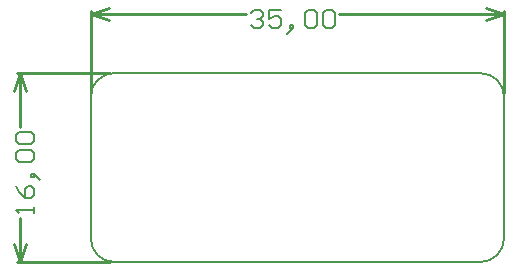
<source format=gm1>
G04 Layer_Color=16711935*
%FSLAX44Y44*%
%MOMM*%
G71*
G01*
G75*
%ADD20C,0.1500*%
%ADD27C,0.2540*%
%ADD28C,0.1524*%
D20*
X0Y20000D02*
G03*
X20000Y0I20000J0D01*
G01*
Y160000D02*
G03*
X0Y140000I0J-20000D01*
G01*
X350000D02*
G03*
X330000Y160000I-20000J0D01*
G01*
Y0D02*
G03*
X350000Y20000I0J20000D01*
G01*
X0D02*
Y140000D01*
X20000Y160000D02*
X330000D01*
X20000Y0D02*
X330000D01*
X350000Y20000D02*
Y140000D01*
D27*
Y143290D02*
Y212540D01*
X0Y143290D02*
Y212540D01*
X210548Y210000D02*
X350000D01*
X0D02*
X131323D01*
X334760Y215080D02*
X350000Y210000D01*
X334760Y204920D02*
X350000Y210000D01*
X0D02*
X15240Y204920D01*
X0Y210000D02*
X15240Y215080D01*
X-62540Y0D02*
X16710D01*
X-62540Y160000D02*
X16710D01*
X-60000Y0D02*
Y37593D01*
Y114279D02*
Y160000D01*
Y0D02*
X-54920Y15240D01*
X-65080D02*
X-60000Y0D01*
X-65080Y144760D02*
X-60000Y160000D01*
X-54920Y144760D01*
D28*
X135387Y211015D02*
X137927Y213554D01*
X143005D01*
X145544Y211015D01*
Y208476D01*
X143005Y205937D01*
X140466D01*
X143005D01*
X145544Y203398D01*
Y200858D01*
X143005Y198319D01*
X137927D01*
X135387Y200858D01*
X160779Y213554D02*
X150623D01*
Y205937D01*
X155701Y208476D01*
X158240D01*
X160779Y205937D01*
Y200858D01*
X158240Y198319D01*
X153162D01*
X150623Y200858D01*
X168397Y195780D02*
X170936Y198319D01*
Y200858D01*
X168397D01*
Y198319D01*
X170936D01*
X168397Y195780D01*
X165858Y193241D01*
X181093Y211015D02*
X183632Y213554D01*
X188710D01*
X191249Y211015D01*
Y200858D01*
X188710Y198319D01*
X183632D01*
X181093Y200858D01*
Y211015D01*
X196328D02*
X198867Y213554D01*
X203945D01*
X206485Y211015D01*
Y200858D01*
X203945Y198319D01*
X198867D01*
X196328Y200858D01*
Y211015D01*
X-48319Y41657D02*
Y46735D01*
Y44196D01*
X-63554D01*
X-61015Y41657D01*
X-63554Y64510D02*
X-61015Y59431D01*
X-55937Y54353D01*
X-50858D01*
X-48319Y56892D01*
Y61971D01*
X-50858Y64510D01*
X-53398D01*
X-55937Y61971D01*
Y54353D01*
X-45780Y72127D02*
X-48319Y74666D01*
X-50858D01*
Y72127D01*
X-48319D01*
Y74666D01*
X-45780Y72127D01*
X-43241Y69588D01*
X-61015Y84823D02*
X-63554Y87362D01*
Y92441D01*
X-61015Y94980D01*
X-50858D01*
X-48319Y92441D01*
Y87362D01*
X-50858Y84823D01*
X-61015D01*
Y100058D02*
X-63554Y102597D01*
Y107676D01*
X-61015Y110215D01*
X-50858D01*
X-48319Y107676D01*
Y102597D01*
X-50858Y100058D01*
X-61015D01*
M02*

</source>
